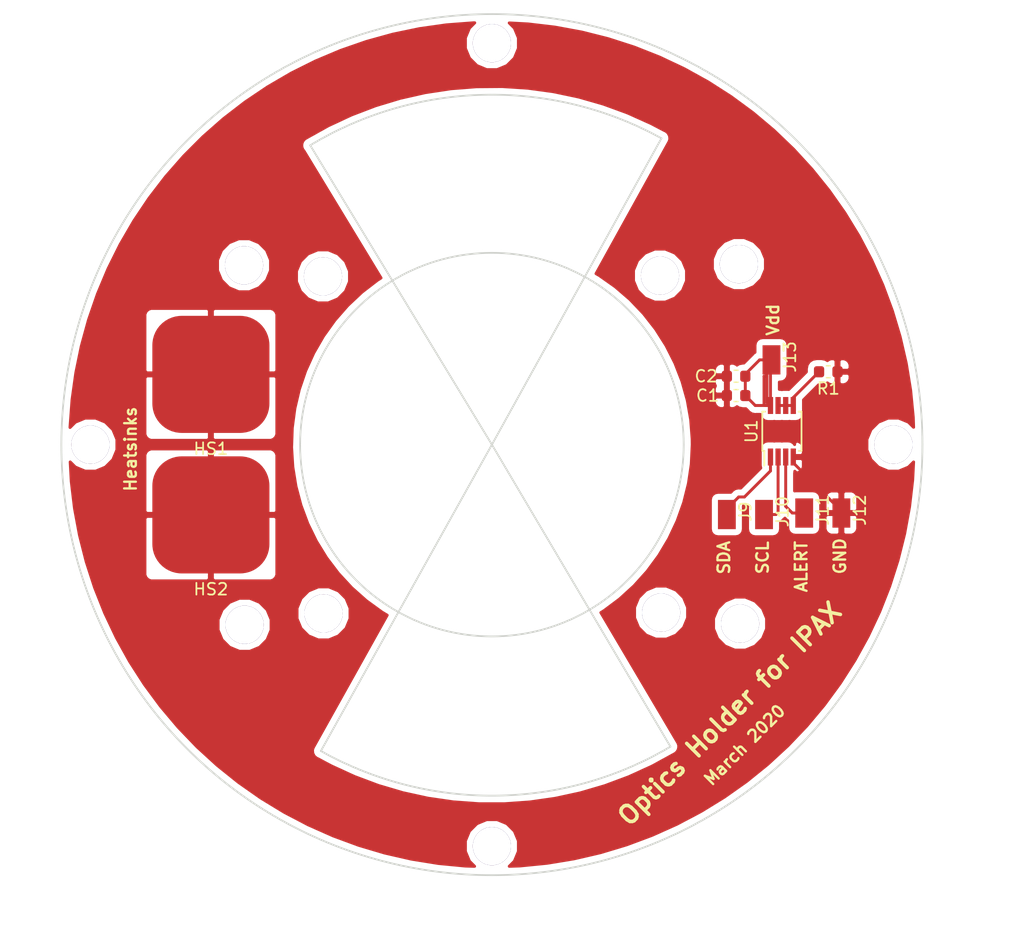
<source format=kicad_pcb>
(kicad_pcb (version 20171130) (host pcbnew "(5.0.0)")

  (general
    (thickness 1.6)
    (drawings 19)
    (tracks 31)
    (zones 0)
    (modules 23)
    (nets 19)
  )

  (page A4)
  (layers
    (0 F.Cu signal)
    (31 B.Cu signal)
    (32 B.Adhes user)
    (33 F.Adhes user)
    (34 B.Paste user)
    (35 F.Paste user)
    (36 B.SilkS user)
    (37 F.SilkS user)
    (38 B.Mask user)
    (39 F.Mask user)
    (40 Dwgs.User user)
    (41 Cmts.User user)
    (42 Eco1.User user hide)
    (43 Eco2.User user)
    (44 Edge.Cuts user)
    (45 Margin user)
    (46 B.CrtYd user)
    (47 F.CrtYd user)
    (48 B.Fab user)
    (49 F.Fab user)
  )

  (setup
    (last_trace_width 0.25)
    (trace_clearance 0.2)
    (zone_clearance 0.508)
    (zone_45_only no)
    (trace_min 0.2)
    (segment_width 0.2)
    (edge_width 0.15)
    (via_size 0.8)
    (via_drill 0.4)
    (via_min_size 0.4)
    (via_min_drill 0.3)
    (uvia_size 0.3)
    (uvia_drill 0.1)
    (uvias_allowed no)
    (uvia_min_size 0.2)
    (uvia_min_drill 0.1)
    (pcb_text_width 0.3)
    (pcb_text_size 1.5 1.5)
    (mod_edge_width 0.15)
    (mod_text_size 1 1)
    (mod_text_width 0.15)
    (pad_size 1.3 1.3)
    (pad_drill 1.3)
    (pad_to_mask_clearance 0.051)
    (solder_mask_min_width 0.25)
    (aux_axis_origin 0 0)
    (visible_elements 7FFFFFFF)
    (pcbplotparams
      (layerselection 0x010a0_7fffffff)
      (usegerberextensions false)
      (usegerberattributes false)
      (usegerberadvancedattributes false)
      (creategerberjobfile false)
      (excludeedgelayer true)
      (linewidth 0.100000)
      (plotframeref false)
      (viasonmask false)
      (mode 1)
      (useauxorigin false)
      (hpglpennumber 1)
      (hpglpenspeed 20)
      (hpglpendiameter 15.000000)
      (psnegative false)
      (psa4output false)
      (plotreference true)
      (plotvalue true)
      (plotinvisibletext false)
      (padsonsilk false)
      (subtractmaskfromsilk false)
      (outputformat 1)
      (mirror false)
      (drillshape 0)
      (scaleselection 1)
      (outputdirectory "gerber/"))
  )

  (net 0 "")
  (net 1 "Net-(J3-Pad1)")
  (net 2 "Net-(J4-Pad1)")
  (net 3 "Net-(J5-Pad1)")
  (net 4 "Net-(J6-Pad1)")
  (net 5 "Net-(J7-Pad1)")
  (net 6 "Net-(J8-Pad1)")
  (net 7 "Net-(J1-Pad1)")
  (net 8 "Net-(J2-Pad1)")
  (net 9 GND)
  (net 10 "Net-(J16-Pad1)")
  (net 11 "Net-(J15-Pad1)")
  (net 12 "Net-(J14-Pad1)")
  (net 13 "Net-(J17-Pad1)")
  (net 14 /SDA)
  (net 15 /SCL)
  (net 16 /ALERT)
  (net 17 /Vdd)
  (net 18 /A0)

  (net_class Default "This is the default net class."
    (clearance 0.2)
    (trace_width 0.25)
    (via_dia 0.8)
    (via_drill 0.4)
    (uvia_dia 0.3)
    (uvia_drill 0.1)
    (add_net /A0)
    (add_net /ALERT)
    (add_net /SCL)
    (add_net /SDA)
    (add_net /Vdd)
    (add_net GND)
    (add_net "Net-(J1-Pad1)")
    (add_net "Net-(J14-Pad1)")
    (add_net "Net-(J15-Pad1)")
    (add_net "Net-(J16-Pad1)")
    (add_net "Net-(J17-Pad1)")
    (add_net "Net-(J2-Pad1)")
    (add_net "Net-(J3-Pad1)")
    (add_net "Net-(J4-Pad1)")
    (add_net "Net-(J5-Pad1)")
    (add_net "Net-(J6-Pad1)")
    (add_net "Net-(J7-Pad1)")
    (add_net "Net-(J8-Pad1)")
  )

  (module Capacitor_SMD:C_0603_1608Metric (layer F.Cu) (tedit 5B301BBE) (tstamp 5E80A17F)
    (at 20.8535 -4.191 180)
    (descr "Capacitor SMD 0603 (1608 Metric), square (rectangular) end terminal, IPC_7351 nominal, (Body size source: http://www.tortai-tech.com/upload/download/2011102023233369053.pdf), generated with kicad-footprint-generator")
    (tags capacitor)
    (path /5D35F884)
    (attr smd)
    (fp_text reference C1 (at 2.4385 0 180) (layer F.SilkS)
      (effects (font (size 1 1) (thickness 0.15)))
    )
    (fp_text value C (at 0 1.43 180) (layer F.Fab)
      (effects (font (size 1 1) (thickness 0.15)))
    )
    (fp_text user %R (at 0 0 180) (layer F.Fab)
      (effects (font (size 0.4 0.4) (thickness 0.06)))
    )
    (fp_line (start 1.48 0.73) (end -1.48 0.73) (layer F.CrtYd) (width 0.05))
    (fp_line (start 1.48 -0.73) (end 1.48 0.73) (layer F.CrtYd) (width 0.05))
    (fp_line (start -1.48 -0.73) (end 1.48 -0.73) (layer F.CrtYd) (width 0.05))
    (fp_line (start -1.48 0.73) (end -1.48 -0.73) (layer F.CrtYd) (width 0.05))
    (fp_line (start -0.162779 0.51) (end 0.162779 0.51) (layer F.SilkS) (width 0.12))
    (fp_line (start -0.162779 -0.51) (end 0.162779 -0.51) (layer F.SilkS) (width 0.12))
    (fp_line (start 0.8 0.4) (end -0.8 0.4) (layer F.Fab) (width 0.1))
    (fp_line (start 0.8 -0.4) (end 0.8 0.4) (layer F.Fab) (width 0.1))
    (fp_line (start -0.8 -0.4) (end 0.8 -0.4) (layer F.Fab) (width 0.1))
    (fp_line (start -0.8 0.4) (end -0.8 -0.4) (layer F.Fab) (width 0.1))
    (pad 2 smd roundrect (at 0.7875 0 180) (size 0.875 0.95) (layers F.Cu F.Paste F.Mask) (roundrect_rratio 0.25)
      (net 9 GND))
    (pad 1 smd roundrect (at -0.7875 0 180) (size 0.875 0.95) (layers F.Cu F.Paste F.Mask) (roundrect_rratio 0.25)
      (net 17 /Vdd))
    (model ${KISYS3DMOD}/Capacitor_SMD.3dshapes/C_0603_1608Metric.wrl
      (at (xyz 0 0 0))
      (scale (xyz 1 1 1))
      (rotate (xyz 0 0 0))
    )
  )

  (module Capacitor_SMD:C_0603_1608Metric (layer F.Cu) (tedit 5B301BBE) (tstamp 5E80A16E)
    (at 20.8535 -5.842 180)
    (descr "Capacitor SMD 0603 (1608 Metric), square (rectangular) end terminal, IPC_7351 nominal, (Body size source: http://www.tortai-tech.com/upload/download/2011102023233369053.pdf), generated with kicad-footprint-generator")
    (tags capacitor)
    (path /5D35F8D4)
    (attr smd)
    (fp_text reference C2 (at 2.5655 0 180) (layer F.SilkS)
      (effects (font (size 1 1) (thickness 0.15)))
    )
    (fp_text value C (at 0 1.43 180) (layer F.Fab)
      (effects (font (size 1 1) (thickness 0.15)))
    )
    (fp_line (start -0.8 0.4) (end -0.8 -0.4) (layer F.Fab) (width 0.1))
    (fp_line (start -0.8 -0.4) (end 0.8 -0.4) (layer F.Fab) (width 0.1))
    (fp_line (start 0.8 -0.4) (end 0.8 0.4) (layer F.Fab) (width 0.1))
    (fp_line (start 0.8 0.4) (end -0.8 0.4) (layer F.Fab) (width 0.1))
    (fp_line (start -0.162779 -0.51) (end 0.162779 -0.51) (layer F.SilkS) (width 0.12))
    (fp_line (start -0.162779 0.51) (end 0.162779 0.51) (layer F.SilkS) (width 0.12))
    (fp_line (start -1.48 0.73) (end -1.48 -0.73) (layer F.CrtYd) (width 0.05))
    (fp_line (start -1.48 -0.73) (end 1.48 -0.73) (layer F.CrtYd) (width 0.05))
    (fp_line (start 1.48 -0.73) (end 1.48 0.73) (layer F.CrtYd) (width 0.05))
    (fp_line (start 1.48 0.73) (end -1.48 0.73) (layer F.CrtYd) (width 0.05))
    (fp_text user %R (at 0 0 180) (layer F.Fab)
      (effects (font (size 0.4 0.4) (thickness 0.06)))
    )
    (pad 1 smd roundrect (at -0.7875 0 180) (size 0.875 0.95) (layers F.Cu F.Paste F.Mask) (roundrect_rratio 0.25)
      (net 17 /Vdd))
    (pad 2 smd roundrect (at 0.7875 0 180) (size 0.875 0.95) (layers F.Cu F.Paste F.Mask) (roundrect_rratio 0.25)
      (net 9 GND))
    (model ${KISYS3DMOD}/Capacitor_SMD.3dshapes/C_0603_1608Metric.wrl
      (at (xyz 0 0 0))
      (scale (xyz 1 1 1))
      (rotate (xyz 0 0 0))
    )
  )

  (module Package_SO:MSOP-8_3x3mm_P0.65mm (layer F.Cu) (tedit 5A02F25C) (tstamp 5E80A15D)
    (at 24.765 -1.143 90)
    (descr "8-Lead Plastic Micro Small Outline Package (MS) [MSOP] (see Microchip Packaging Specification 00000049BS.pdf)")
    (tags "SSOP 0.65")
    (path /5C2DD2F3)
    (attr smd)
    (fp_text reference U1 (at 0 -2.6 90) (layer F.SilkS)
      (effects (font (size 1 1) (thickness 0.15)))
    )
    (fp_text value MCP9808 (at 0 2.6 90) (layer F.Fab)
      (effects (font (size 1 1) (thickness 0.15)))
    )
    (fp_line (start -0.5 -1.5) (end 1.5 -1.5) (layer F.Fab) (width 0.15))
    (fp_line (start 1.5 -1.5) (end 1.5 1.5) (layer F.Fab) (width 0.15))
    (fp_line (start 1.5 1.5) (end -1.5 1.5) (layer F.Fab) (width 0.15))
    (fp_line (start -1.5 1.5) (end -1.5 -0.5) (layer F.Fab) (width 0.15))
    (fp_line (start -1.5 -0.5) (end -0.5 -1.5) (layer F.Fab) (width 0.15))
    (fp_line (start -3.2 -1.85) (end -3.2 1.85) (layer F.CrtYd) (width 0.05))
    (fp_line (start 3.2 -1.85) (end 3.2 1.85) (layer F.CrtYd) (width 0.05))
    (fp_line (start -3.2 -1.85) (end 3.2 -1.85) (layer F.CrtYd) (width 0.05))
    (fp_line (start -3.2 1.85) (end 3.2 1.85) (layer F.CrtYd) (width 0.05))
    (fp_line (start -1.675 -1.675) (end -1.675 -1.5) (layer F.SilkS) (width 0.15))
    (fp_line (start 1.675 -1.675) (end 1.675 -1.425) (layer F.SilkS) (width 0.15))
    (fp_line (start 1.675 1.675) (end 1.675 1.425) (layer F.SilkS) (width 0.15))
    (fp_line (start -1.675 1.675) (end -1.675 1.425) (layer F.SilkS) (width 0.15))
    (fp_line (start -1.675 -1.675) (end 1.675 -1.675) (layer F.SilkS) (width 0.15))
    (fp_line (start -1.675 1.675) (end 1.675 1.675) (layer F.SilkS) (width 0.15))
    (fp_line (start -1.675 -1.5) (end -2.925 -1.5) (layer F.SilkS) (width 0.15))
    (fp_text user %R (at 0 0 90) (layer F.Fab)
      (effects (font (size 0.6 0.6) (thickness 0.15)))
    )
    (pad 1 smd rect (at -2.2 -0.975 90) (size 1.45 0.45) (layers F.Cu F.Paste F.Mask)
      (net 14 /SDA))
    (pad 2 smd rect (at -2.2 -0.325 90) (size 1.45 0.45) (layers F.Cu F.Paste F.Mask)
      (net 15 /SCL))
    (pad 3 smd rect (at -2.2 0.325 90) (size 1.45 0.45) (layers F.Cu F.Paste F.Mask)
      (net 16 /ALERT))
    (pad 4 smd rect (at -2.2 0.975 90) (size 1.45 0.45) (layers F.Cu F.Paste F.Mask)
      (net 9 GND))
    (pad 5 smd rect (at 2.2 0.975 90) (size 1.45 0.45) (layers F.Cu F.Paste F.Mask)
      (net 18 /A0))
    (pad 6 smd rect (at 2.2 0.325 90) (size 1.45 0.45) (layers F.Cu F.Paste F.Mask)
      (net 18 /A0))
    (pad 7 smd rect (at 2.2 -0.325 90) (size 1.45 0.45) (layers F.Cu F.Paste F.Mask)
      (net 18 /A0))
    (pad 8 smd rect (at 2.2 -0.975 90) (size 1.45 0.45) (layers F.Cu F.Paste F.Mask)
      (net 17 /Vdd))
    (model ${KISYS3DMOD}/Package_SO.3dshapes/MSOP-8_3x3mm_P0.65mm.wrl
      (at (xyz 0 0 0))
      (scale (xyz 1 1 1))
      (rotate (xyz 0 0 0))
    )
  )

  (module Resistor_SMD:R_0603_1608Metric (layer F.Cu) (tedit 5B301BBD) (tstamp 5E80A140)
    (at 28.7275 -6.223 180)
    (descr "Resistor SMD 0603 (1608 Metric), square (rectangular) end terminal, IPC_7351 nominal, (Body size source: http://www.tortai-tech.com/upload/download/2011102023233369053.pdf), generated with kicad-footprint-generator")
    (tags resistor)
    (path /5E740BA7)
    (attr smd)
    (fp_text reference R1 (at 0 -1.43 180) (layer F.SilkS)
      (effects (font (size 1 1) (thickness 0.15)))
    )
    (fp_text value 10k (at 0 1.43 180) (layer F.Fab)
      (effects (font (size 1 1) (thickness 0.15)))
    )
    (fp_line (start -0.8 0.4) (end -0.8 -0.4) (layer F.Fab) (width 0.1))
    (fp_line (start -0.8 -0.4) (end 0.8 -0.4) (layer F.Fab) (width 0.1))
    (fp_line (start 0.8 -0.4) (end 0.8 0.4) (layer F.Fab) (width 0.1))
    (fp_line (start 0.8 0.4) (end -0.8 0.4) (layer F.Fab) (width 0.1))
    (fp_line (start -0.162779 -0.51) (end 0.162779 -0.51) (layer F.SilkS) (width 0.12))
    (fp_line (start -0.162779 0.51) (end 0.162779 0.51) (layer F.SilkS) (width 0.12))
    (fp_line (start -1.48 0.73) (end -1.48 -0.73) (layer F.CrtYd) (width 0.05))
    (fp_line (start -1.48 -0.73) (end 1.48 -0.73) (layer F.CrtYd) (width 0.05))
    (fp_line (start 1.48 -0.73) (end 1.48 0.73) (layer F.CrtYd) (width 0.05))
    (fp_line (start 1.48 0.73) (end -1.48 0.73) (layer F.CrtYd) (width 0.05))
    (fp_text user %R (at 0 0 180) (layer F.Fab)
      (effects (font (size 0.4 0.4) (thickness 0.06)))
    )
    (pad 1 smd roundrect (at -0.7875 0 180) (size 0.875 0.95) (layers F.Cu F.Paste F.Mask) (roundrect_rratio 0.25)
      (net 9 GND))
    (pad 2 smd roundrect (at 0.7875 0 180) (size 0.875 0.95) (layers F.Cu F.Paste F.Mask) (roundrect_rratio 0.25)
      (net 18 /A0))
    (model ${KISYS3DMOD}/Resistor_SMD.3dshapes/R_0603_1608Metric.wrl
      (at (xyz 0 0 0))
      (scale (xyz 1 1 1))
      (rotate (xyz 0 0 0))
    )
  )

  (module conn:small_smd_pad (layer F.Cu) (tedit 5C2BFECE) (tstamp 5E80A12F)
    (at 23.876 -7.239 90)
    (path /5C2DD3D6)
    (fp_text reference J13 (at 0.254 1.5748 90) (layer F.SilkS)
      (effects (font (size 1 1) (thickness 0.15)))
    )
    (fp_text value Conn_01x01_Male (at 0 -0.5 90) (layer F.Fab)
      (effects (font (size 1 1) (thickness 0.15)))
    )
    (pad 1 smd rect (at 0 0 90) (size 2.5 1.524) (layers F.Cu F.Paste F.Mask)
      (net 17 /Vdd))
  )

  (module conn:small_smd_pad (layer F.Cu) (tedit 5C2BFECE) (tstamp 5E80A127)
    (at 29.845 5.842 90)
    (path /5C2DD3BA)
    (fp_text reference J12 (at 0.254 1.5748 90) (layer F.SilkS)
      (effects (font (size 1 1) (thickness 0.15)))
    )
    (fp_text value Conn_01x01_Male (at 0 -0.5 90) (layer F.Fab)
      (effects (font (size 1 1) (thickness 0.15)))
    )
    (pad 1 smd rect (at 0 0 90) (size 2.5 1.524) (layers F.Cu F.Paste F.Mask)
      (net 9 GND))
  )

  (module conn:small_smd_pad (layer F.Cu) (tedit 5C2BFECE) (tstamp 5E80A123)
    (at 26.67 5.842 90)
    (path /5D35F7BD)
    (fp_text reference J11 (at 0.254 1.5748 90) (layer F.SilkS)
      (effects (font (size 1 1) (thickness 0.15)))
    )
    (fp_text value Conn_01x01_Male (at 0 -0.5 90) (layer F.Fab)
      (effects (font (size 1 1) (thickness 0.15)))
    )
    (pad 1 smd rect (at 0 0 90) (size 2.5 1.524) (layers F.Cu F.Paste F.Mask)
      (net 16 /ALERT))
  )

  (module conn:small_smd_pad (layer F.Cu) (tedit 5C2BFECE) (tstamp 5E80A11F)
    (at 23.241 5.969 90)
    (path /5C2DD38D)
    (fp_text reference J10 (at 0.254 1.5748 90) (layer F.SilkS)
      (effects (font (size 1 1) (thickness 0.15)))
    )
    (fp_text value Conn_01x01_Male (at 0 -0.5 90) (layer F.Fab)
      (effects (font (size 1 1) (thickness 0.15)))
    )
    (pad 1 smd rect (at 0 0 90) (size 2.5 1.524) (layers F.Cu F.Paste F.Mask)
      (net 15 /SCL))
  )

  (module conn:small_smd_pad (layer F.Cu) (tedit 5C2BFECE) (tstamp 5E80A11B)
    (at 20.066 5.969 90)
    (path /5C2DD369)
    (fp_text reference J9 (at 0.254 1.5748 90) (layer F.SilkS)
      (effects (font (size 1 1) (thickness 0.15)))
    )
    (fp_text value Conn_01x01_Male (at 0 -0.5 90) (layer F.Fab)
      (effects (font (size 1 1) (thickness 0.15)))
    )
    (pad 1 smd rect (at 0 0 90) (size 2.5 1.524) (layers F.Cu F.Paste F.Mask)
      (net 14 /SDA))
  )

  (module myLib:SCREW_4 (layer F.Cu) (tedit 5B541961) (tstamp 5E80A102)
    (at 0 -34.29)
    (path /5CD76C19)
    (fp_text reference J17 (at 0 0.5) (layer F.SilkS)
      (effects (font (size 1 1) (thickness 0.15)))
    )
    (fp_text value Conn_01x01_Female (at 0 -0.5) (layer F.Fab)
      (effects (font (size 1 1) (thickness 0.15)))
    )
    (pad 1 thru_hole circle (at 0 0) (size 3.26 3.26) (drill 3.26) (layers *.Cu *.Mask)
      (net 13 "Net-(J17-Pad1)"))
  )

  (module myLib:SCREW_4 (layer F.Cu) (tedit 5B541961) (tstamp 5E80A0DD)
    (at -14.3795 14.41388)
    (path /5CD70069)
    (fp_text reference J14 (at 0 0.5) (layer F.SilkS)
      (effects (font (size 1 1) (thickness 0.15)))
    )
    (fp_text value Conn_01x01_Female (at 0 -0.5) (layer F.Fab)
      (effects (font (size 1 1) (thickness 0.15)))
    )
    (pad 1 thru_hole circle (at 0 0) (size 3.26 3.26) (drill 3.26) (layers *.Cu *.Mask)
      (net 12 "Net-(J14-Pad1)"))
  )

  (module myLib:SCREW_4 (layer F.Cu) (tedit 5B541961) (tstamp 5E80A0D8)
    (at 0 34.29)
    (path /5CD702C5)
    (fp_text reference J15 (at 0 0.5) (layer F.SilkS)
      (effects (font (size 1 1) (thickness 0.15)))
    )
    (fp_text value Conn_01x01_Female (at 0 -0.5) (layer F.Fab)
      (effects (font (size 1 1) (thickness 0.15)))
    )
    (pad 1 thru_hole circle (at 0 0) (size 3.26 3.26) (drill 3.26) (layers *.Cu *.Mask)
      (net 11 "Net-(J15-Pad1)"))
  )

  (module myLib:SCREW_4 (layer F.Cu) (tedit 5B541961) (tstamp 5E80A0D3)
    (at 14.35651 -14.4368)
    (path /5CD73747)
    (fp_text reference J16 (at 0 0.5) (layer F.SilkS)
      (effects (font (size 1 1) (thickness 0.15)))
    )
    (fp_text value Conn_01x01_Female (at 0 -0.5) (layer F.Fab)
      (effects (font (size 1 1) (thickness 0.15)))
    )
    (pad 1 thru_hole circle (at 0 0) (size 3.26 3.26) (drill 3.26) (layers *.Cu *.Mask)
      (net 10 "Net-(J16-Pad1)"))
  )

  (module led:HeatSink_10x10mm (layer F.Cu) (tedit 5E73EF59) (tstamp 5E809B2A)
    (at -24 6)
    (path /5E73EFF8)
    (fp_text reference HS2 (at 0 6.35) (layer F.SilkS)
      (effects (font (size 1 1) (thickness 0.15)))
    )
    (fp_text value Heatsink_Pad (at 0 -6.35) (layer F.Fab)
      (effects (font (size 1 1) (thickness 0.15)))
    )
    (pad 1 smd roundrect (at 0 0) (size 10 10) (layers F.Cu F.Paste F.Mask) (roundrect_rratio 0.25)
      (net 9 GND))
  )

  (module led:HeatSink_10x10mm (layer F.Cu) (tedit 5E73EF59) (tstamp 5E809B25)
    (at -24 -6)
    (path /5E73EFB8)
    (fp_text reference HS1 (at 0 6.35) (layer F.SilkS)
      (effects (font (size 1 1) (thickness 0.15)))
    )
    (fp_text value Heatsink_Pad (at 0 -6.35) (layer F.Fab)
      (effects (font (size 1 1) (thickness 0.15)))
    )
    (pad 1 smd roundrect (at 0 0) (size 10 10) (layers F.Cu F.Paste F.Mask) (roundrect_rratio 0.25)
      (net 9 GND))
  )

  (module myLib:SCREW_4 (layer F.Cu) (tedit 5B541961) (tstamp 5E73C0E3)
    (at 34.29 0 270)
    (path /5E73C29E)
    (fp_text reference J2 (at 0 0.5 270) (layer F.SilkS)
      (effects (font (size 1 1) (thickness 0.15)))
    )
    (fp_text value Conn_01x01_Female (at 0 -0.5 270) (layer F.Fab)
      (effects (font (size 1 1) (thickness 0.15)))
    )
    (pad 1 thru_hole circle (at 0 0 270) (size 3.26 3.26) (drill 3.26) (layers *.Cu *.Mask)
      (net 8 "Net-(J2-Pad1)"))
  )

  (module myLib:SCREW_4 (layer F.Cu) (tedit 5B541961) (tstamp 5E73C0A7)
    (at -34.29 0 180)
    (path /5E73C298)
    (fp_text reference J1 (at 0 0.5 180) (layer F.SilkS)
      (effects (font (size 1 1) (thickness 0.15)))
    )
    (fp_text value Conn_01x01_Female (at 0 -0.5 180) (layer F.Fab)
      (effects (font (size 1 1) (thickness 0.15)))
    )
    (pad 1 thru_hole circle (at 0 0 180) (size 3.26 3.26) (drill 3.26) (layers *.Cu *.Mask)
      (net 7 "Net-(J1-Pad1)"))
  )

  (module myLib:SCREW_4 (layer F.Cu) (tedit 5B541961) (tstamp 5CE2E7EE)
    (at 14.44819 14.34501)
    (path /5E73C2B0)
    (fp_text reference J8 (at 0 0.5) (layer F.SilkS)
      (effects (font (size 1 1) (thickness 0.15)))
    )
    (fp_text value Conn_01x01_Female (at 0 -0.5) (layer F.Fab)
      (effects (font (size 1 1) (thickness 0.15)))
    )
    (pad 1 thru_hole circle (at 0 0) (size 3.26 3.26) (drill 3.26) (layers *.Cu *.Mask)
      (net 6 "Net-(J8-Pad1)"))
  )

  (module myLib:SCREW_4 (layer F.Cu) (tedit 5B541961) (tstamp 5CE2E7E9)
    (at -14.4253 -14.368)
    (path /5E73C2C2)
    (fp_text reference J7 (at 0 0.5) (layer F.SilkS)
      (effects (font (size 1 1) (thickness 0.15)))
    )
    (fp_text value Conn_01x01_Female (at 0 -0.5) (layer F.Fab)
      (effects (font (size 1 1) (thickness 0.15)))
    )
    (pad 1 thru_hole circle (at 0 0) (size 3.26 3.26) (drill 3.26) (layers *.Cu *.Mask)
      (net 5 "Net-(J7-Pad1)"))
  )

  (module myLib:SCREW_4 (layer F.Cu) (tedit 5B541961) (tstamp 5CE2E7E4)
    (at -21.1689 -15.3184)
    (path /5E73C2BC)
    (fp_text reference J6 (at 0 0.5) (layer F.SilkS)
      (effects (font (size 1 1) (thickness 0.15)))
    )
    (fp_text value Conn_01x01_Female (at 0 -0.5) (layer F.Fab)
      (effects (font (size 1 1) (thickness 0.15)))
    )
    (pad 1 thru_hole circle (at 0 0) (size 3.26 3.26) (drill 3.26) (layers *.Cu *.Mask)
      (net 4 "Net-(J6-Pad1)"))
  )

  (module myLib:SCREW_4 (layer F.Cu) (tedit 5B541961) (tstamp 5CE2E7DF)
    (at -21.12 15.38575)
    (path /5E73C2B6)
    (fp_text reference J5 (at 0 0.5) (layer F.SilkS)
      (effects (font (size 1 1) (thickness 0.15)))
    )
    (fp_text value Conn_01x01_Female (at 0 -0.5) (layer F.Fab)
      (effects (font (size 1 1) (thickness 0.15)))
    )
    (pad 1 thru_hole circle (at 0 0) (size 3.26 3.26) (drill 3.26) (layers *.Cu *.Mask)
      (net 3 "Net-(J5-Pad1)"))
  )

  (module myLib:SCREW_4 (layer F.Cu) (tedit 5B541961) (tstamp 5CE2E7DA)
    (at 21.1933 15.28466)
    (path /5E73C2AA)
    (fp_text reference J4 (at 0 0.5) (layer F.SilkS)
      (effects (font (size 1 1) (thickness 0.15)))
    )
    (fp_text value Conn_01x01_Female (at 0 -0.5) (layer F.Fab)
      (effects (font (size 1 1) (thickness 0.15)))
    )
    (pad 1 thru_hole circle (at 0 0) (size 3.26 3.26) (drill 3.26) (layers *.Cu *.Mask)
      (net 2 "Net-(J4-Pad1)"))
  )

  (module myLib:SCREW_4 (layer F.Cu) (tedit 5B541961) (tstamp 5CE2E7D5)
    (at 21.0955 -15.4194)
    (path /5E73C2A4)
    (fp_text reference J3 (at 0 0.5) (layer F.SilkS)
      (effects (font (size 1 1) (thickness 0.15)))
    )
    (fp_text value Conn_01x01_Female (at 0 -0.5) (layer F.Fab)
      (effects (font (size 1 1) (thickness 0.15)))
    )
    (pad 1 thru_hole circle (at 0 0) (size 3.26 3.26) (drill 3.26) (layers *.Cu *.Mask)
      (net 1 "Net-(J3-Pad1)"))
  )

  (gr_text Heatsinks (at -30.861 0.381 90) (layer F.SilkS) (tstamp 5E80A5C5)
    (effects (font (size 1 1) (thickness 0.2)))
  )
  (gr_text "March 2020" (at 21.59 25.654 45) (layer F.SilkS) (tstamp 5E80A5BD)
    (effects (font (size 1 1) (thickness 0.2)))
  )
  (gr_text "Optics Holder for IPAX" (at 20.32 22.987 45) (layer F.SilkS)
    (effects (font (size 1.5 1.5) (thickness 0.3)))
  )
  (gr_text Vdd (at 24.003 -10.668 90) (layer F.SilkS) (tstamp 5E80A59F)
    (effects (font (size 1 1) (thickness 0.2)))
  )
  (gr_text GND (at 29.718 9.525 90) (layer F.SilkS) (tstamp 5E80A59F)
    (effects (font (size 1 1) (thickness 0.2)))
  )
  (gr_text ALERT (at 26.416 10.414 90) (layer F.SilkS) (tstamp 5E80A59F)
    (effects (font (size 1 1) (thickness 0.2)))
  )
  (gr_text SCL (at 23.114 9.652 90) (layer F.SilkS) (tstamp 5E80A59F)
    (effects (font (size 1 1) (thickness 0.2)))
  )
  (gr_text SDA (at 19.812 9.652 90) (layer F.SilkS)
    (effects (font (size 1 1) (thickness 0.2)))
  )
  (gr_arc (start 0 0.127) (end -14.604999 26.161999) (angle -60) (layer Edge.Cuts) (width 0.15))
  (gr_arc (start 0 0.127) (end 14.477999 -26.161999) (angle -60) (layer Edge.Cuts) (width 0.15))
  (gr_circle (center 0 0) (end 30 0) (layer Eco1.User) (width 0.2))
  (gr_line (start 0 0) (end 14.478 -26.162) (layer Edge.Cuts) (width 0.15))
  (gr_line (start 0 0) (end -15.494 -25.527) (layer Edge.Cuts) (width 0.15))
  (gr_line (start -14.605 26.162) (end 0 0) (layer Edge.Cuts) (width 0.15))
  (gr_line (start 0 0) (end 15.24 25.781) (layer Edge.Cuts) (width 0.15))
  (gr_circle (center 0 0) (end 26.13 0) (layer Eco1.User) (width 0.2))
  (gr_circle (center 0 0) (end 20.36 0) (layer Eco1.User) (width 0.2))
  (gr_circle (center 0 0) (end 36.77 0) (layer Edge.Cuts) (width 0.15))
  (gr_circle (center 0 0) (end 16.38 0) (layer Edge.Cuts) (width 0.15))

  (segment (start 29.845 5.662) (end 29.845 5.842) (width 0.25) (layer F.Cu) (net 9))
  (segment (start 25.74 1.557) (end 29.845 5.662) (width 0.25) (layer F.Cu) (net 9))
  (segment (start 25.74 1.057) (end 25.74 1.557) (width 0.25) (layer F.Cu) (net 9))
  (segment (start 20.066 5.481) (end 20.066 5.969) (width 0.25) (layer F.Cu) (net 14))
  (segment (start 21.078 4.469) (end 20.066 5.481) (width 0.25) (layer F.Cu) (net 14))
  (segment (start 21.566 4.469) (end 21.078 4.469) (width 0.25) (layer F.Cu) (net 14))
  (segment (start 23.79 2.245) (end 21.566 4.469) (width 0.25) (layer F.Cu) (net 14))
  (segment (start 23.79 1.057) (end 23.79 2.245) (width 0.25) (layer F.Cu) (net 14))
  (segment (start 24.253 5.969) (end 23.241 5.969) (width 0.25) (layer F.Cu) (net 15))
  (segment (start 24.44 5.782) (end 24.253 5.969) (width 0.25) (layer F.Cu) (net 15))
  (segment (start 24.44 1.057) (end 24.44 5.782) (width 0.25) (layer F.Cu) (net 15))
  (segment (start 25.658 5.842) (end 26.67 5.842) (width 0.25) (layer F.Cu) (net 16))
  (segment (start 25.09 5.274) (end 25.658 5.842) (width 0.25) (layer F.Cu) (net 16))
  (segment (start 25.09 1.057) (end 25.09 5.274) (width 0.25) (layer F.Cu) (net 16))
  (segment (start 22.489 -3.343) (end 21.641 -4.191) (width 0.25) (layer F.Cu) (net 17))
  (segment (start 23.79 -3.343) (end 22.489 -3.343) (width 0.25) (layer F.Cu) (net 17))
  (segment (start 21.641 -5.842) (end 21.641 -4.191) (width 0.25) (layer F.Cu) (net 17))
  (segment (start 23.79 -7.153) (end 23.876 -7.239) (width 0.25) (layer F.Cu) (net 17))
  (segment (start 23.79 -3.343) (end 23.79 -7.153) (width 0.25) (layer F.Cu) (net 17))
  (segment (start 21.641 -6.016) (end 21.641 -5.842) (width 0.25) (layer F.Cu) (net 17))
  (segment (start 22.864 -7.239) (end 21.641 -6.016) (width 0.25) (layer F.Cu) (net 17))
  (segment (start 23.876 -7.239) (end 22.864 -7.239) (width 0.25) (layer F.Cu) (net 17))
  (segment (start 23.315 -3.343) (end 23.241 -3.417) (width 0.25) (layer F.Cu) (net 17))
  (segment (start 23.79 -3.343) (end 23.315 -3.343) (width 0.25) (layer F.Cu) (net 17))
  (segment (start 23.241 -3.417) (end 23.241 -5.842) (width 0.25) (layer F.Cu) (net 17))
  (segment (start 23.241 -5.842) (end 23.368 -5.842) (width 0.25) (layer F.Cu) (net 17))
  (segment (start 23.368 -5.842) (end 23.495 -5.969) (width 0.25) (layer F.Cu) (net 17))
  (segment (start 23.495 -5.969) (end 23.495 -3.556) (width 0.25) (layer F.Cu) (net 17))
  (segment (start 25.74 -4.023) (end 25.74 -3.343) (width 0.25) (layer F.Cu) (net 18))
  (segment (start 27.94 -6.223) (end 25.74 -4.023) (width 0.25) (layer F.Cu) (net 18))
  (segment (start 24.44 -3.343) (end 25.74 -3.343) (width 0.25) (layer F.Cu) (net 18))

  (zone (net 9) (net_name GND) (layer F.Cu) (tstamp 0) (hatch edge 0.508)
    (connect_pads (clearance 0.508))
    (min_thickness 0.254)
    (fill yes (arc_segments 16) (thermal_gap 0.508) (thermal_bridge_width 0.508))
    (polygon
      (pts
        (xy -37.719 -36.068) (xy 45.466 -37.973) (xy 34.29 36.068) (xy -38.862 41.529)
      )
    )
    (filled_polygon
      (pts
        (xy -1.920174 -35.573019) (xy -2.265 -34.740537) (xy -2.265 -33.839463) (xy -1.920174 -33.006981) (xy -1.283019 -32.369826)
        (xy -0.450537 -32.025) (xy 0.450537 -32.025) (xy 1.283019 -32.369826) (xy 1.920174 -33.006981) (xy 2.265 -33.839463)
        (xy 2.265 -34.740537) (xy 1.920174 -35.573019) (xy 1.479707 -36.013486) (xy 3.080134 -35.928211) (xy 5.392244 -35.654555)
        (xy 7.681876 -35.232263) (xy 9.939483 -34.663097) (xy 12.155655 -33.949428) (xy 14.321153 -33.094232) (xy 16.426949 -32.101074)
        (xy 18.464266 -30.974094) (xy 20.424609 -29.71799) (xy 22.299807 -28.338) (xy 24.082042 -26.839874) (xy 25.763885 -25.22986)
        (xy 27.338324 -23.514668) (xy 28.798796 -21.70145) (xy 30.139213 -19.797763) (xy 31.353987 -17.811544) (xy 32.438054 -15.751072)
        (xy 33.386893 -13.624939) (xy 34.196551 -11.442006) (xy 34.863651 -9.211374) (xy 35.385413 -6.942342) (xy 35.759662 -4.644369)
        (xy 35.984837 -2.327035) (xy 36.012163 -1.48103) (xy 35.573019 -1.920174) (xy 34.740537 -2.265) (xy 33.839463 -2.265)
        (xy 33.006981 -1.920174) (xy 32.369826 -1.283019) (xy 32.025 -0.450537) (xy 32.025 0.450537) (xy 32.369826 1.283019)
        (xy 33.006981 1.920174) (xy 33.839463 2.265) (xy 34.740537 2.265) (xy 35.573019 1.920174) (xy 36.012737 1.480456)
        (xy 35.933533 3.017423) (xy 35.663912 5.330007) (xy 35.245617 7.620372) (xy 34.680392 9.878969) (xy 33.970592 12.096384)
        (xy 33.119177 14.263371) (xy 32.129695 16.370897) (xy 31.006273 18.410178) (xy 29.753593 20.37271) (xy 28.376877 22.250314)
        (xy 26.881865 24.035161) (xy 25.274788 25.719811) (xy 23.562347 27.297242) (xy 21.75168 28.760876) (xy 19.850335 30.104614)
        (xy 17.86624 31.322852) (xy 15.807664 32.410513) (xy 13.683189 33.363062) (xy 11.501673 34.176529) (xy 9.272209 34.847521)
        (xy 7.004091 35.373243) (xy 4.706774 35.751502) (xy 2.389837 35.980721) (xy 1.481547 36.011646) (xy 1.920174 35.573019)
        (xy 2.265 34.740537) (xy 2.265 33.839463) (xy 1.920174 33.006981) (xy 1.283019 32.369826) (xy 0.450537 32.025)
        (xy -0.450537 32.025) (xy -1.283019 32.369826) (xy -1.920174 33.006981) (xy -2.265 33.839463) (xy -2.265 34.740537)
        (xy -1.920174 35.573019) (xy -1.480401 36.012792) (xy -2.264226 35.988844) (xy -4.58195 35.767714) (xy -6.880572 35.397476)
        (xy -9.150511 34.879675) (xy -11.382304 34.216469) (xy -13.566647 33.410622) (xy -15.694433 32.465495) (xy -17.756794 31.385026)
        (xy -19.74513 30.173721) (xy -21.651153 28.836629) (xy -23.466918 27.379323) (xy -25.184855 25.80788) (xy -26.797802 24.12885)
        (xy -28.299036 22.349232) (xy -29.682297 20.476445) (xy -30.941821 18.518298) (xy -32.072354 16.482951) (xy -32.805619 14.935213)
        (xy -23.385 14.935213) (xy -23.385 15.836287) (xy -23.040174 16.668769) (xy -22.403019 17.305924) (xy -21.570537 17.65075)
        (xy -20.669463 17.65075) (xy -19.836981 17.305924) (xy -19.199826 16.668769) (xy -18.855 15.836287) (xy -18.855 14.935213)
        (xy -19.199826 14.102731) (xy -19.339214 13.963343) (xy -16.6445 13.963343) (xy -16.6445 14.864417) (xy -16.299674 15.696899)
        (xy -15.662519 16.334054) (xy -14.830037 16.67888) (xy -13.928963 16.67888) (xy -13.096481 16.334054) (xy -12.459326 15.696899)
        (xy -12.1145 14.864417) (xy -12.1145 13.963343) (xy -12.459326 13.130861) (xy -13.096481 12.493706) (xy -13.928963 12.14888)
        (xy -14.830037 12.14888) (xy -15.662519 12.493706) (xy -16.299674 13.130861) (xy -16.6445 13.963343) (xy -19.339214 13.963343)
        (xy -19.836981 13.465576) (xy -20.669463 13.12075) (xy -21.570537 13.12075) (xy -22.403019 13.465576) (xy -23.040174 14.102731)
        (xy -23.385 14.935213) (xy -32.805619 14.935213) (xy -33.069186 14.378891) (xy -33.928161 12.214889) (xy -34.645696 9.999966)
        (xy -35.218802 7.743356) (xy -35.490269 6.28575) (xy -29.635 6.28575) (xy -29.635 11.12631) (xy -29.538327 11.359699)
        (xy -29.359698 11.538327) (xy -29.126309 11.635) (xy -24.28575 11.635) (xy -24.127 11.47625) (xy -24.127 6.127)
        (xy -23.873 6.127) (xy -23.873 11.47625) (xy -23.71425 11.635) (xy -18.873691 11.635) (xy -18.640302 11.538327)
        (xy -18.461673 11.359699) (xy -18.365 11.12631) (xy -18.365 6.28575) (xy -18.52375 6.127) (xy -23.873 6.127)
        (xy -24.127 6.127) (xy -29.47625 6.127) (xy -29.635 6.28575) (xy -35.490269 6.28575) (xy -35.64509 5.454465)
        (xy -35.922781 3.142836) (xy -36.014356 1.478837) (xy -35.573019 1.920174) (xy -34.740537 2.265) (xy -33.839463 2.265)
        (xy -33.006981 1.920174) (xy -32.369826 1.283019) (xy -32.200277 0.87369) (xy -29.635 0.87369) (xy -29.635 5.71425)
        (xy -29.47625 5.873) (xy -24.127 5.873) (xy -24.127 0.52375) (xy -23.873 0.52375) (xy -23.873 5.873)
        (xy -18.52375 5.873) (xy -18.365 5.71425) (xy -18.365 0.87369) (xy -18.461673 0.640301) (xy -18.640302 0.461673)
        (xy -18.873691 0.365) (xy -23.71425 0.365) (xy -23.873 0.52375) (xy -24.127 0.52375) (xy -24.28575 0.365)
        (xy -29.126309 0.365) (xy -29.359698 0.461673) (xy -29.538327 0.640301) (xy -29.635 0.87369) (xy -32.200277 0.87369)
        (xy -32.025 0.450537) (xy -32.025 0.238893) (xy -17.108332 0.238893) (xy -17.003369 1.907233) (xy -16.736105 3.557369)
        (xy -16.309092 5.173549) (xy -15.726406 6.740346) (xy -14.993607 8.242805) (xy -14.117692 9.666585) (xy -13.10702 10.998096)
        (xy -11.97124 12.224628) (xy -10.721191 13.334473) (xy -9.368807 14.317037) (xy -8.944601 14.565917) (xy -15.259025 25.876973)
        (xy -15.324005 26.077886) (xy -15.301463 26.359439) (xy -15.172891 26.610936) (xy -14.957863 26.794085) (xy -14.882998 26.818298)
        (xy -13.742169 27.424667) (xy -13.730302 27.43044) (xy -13.704964 27.443068) (xy -11.763759 28.333517) (xy -11.761474 28.334468)
        (xy -11.759247 28.335568) (xy -11.716861 28.353031) (xy -9.71696 29.102409) (xy -9.714606 29.103196) (xy -9.712312 29.104132)
        (xy -9.668872 29.118492) (xy -9.668787 29.11852) (xy -9.668779 29.118522) (xy -7.620424 29.722993) (xy -7.618018 29.72361)
        (xy -7.615665 29.724379) (xy -7.571222 29.735618) (xy -5.484885 30.192091) (xy -5.482433 30.192536) (xy -5.480038 30.193133)
        (xy -5.434906 30.201166) (xy -3.32127 30.507303) (xy -3.3188 30.507571) (xy -3.316362 30.507996) (xy -3.270801 30.512778)
        (xy -3.270771 30.512781) (xy -3.270769 30.512781) (xy -1.140656 30.667015) (xy -1.138182 30.667105) (xy -1.135711 30.667356)
        (xy -1.089894 30.668869) (xy 1.045797 30.670411) (xy 1.048278 30.670324) (xy 1.050753 30.670397) (xy 1.096561 30.66863)
        (xy 3.226896 30.517472) (xy 3.22936 30.517208) (xy 3.231839 30.517104) (xy 3.277403 30.512067) (xy 5.391479 30.208981)
        (xy 5.393928 30.20854) (xy 5.396382 30.20826) (xy 5.44147 30.199978) (xy 7.528466 29.746518) (xy 7.530864 29.745906)
        (xy 7.533306 29.745449) (xy 7.577419 29.734033) (xy 7.577686 29.733965) (xy 7.577711 29.733957) (xy 9.626919 29.132449)
        (xy 9.629264 29.131669) (xy 9.63167 29.131037) (xy 9.67486 29.116494) (xy 9.675115 29.116409) (xy 9.675139 29.116399)
        (xy 11.676096 28.369918) (xy 11.67839 28.368967) (xy 11.680734 28.368169) (xy 11.723022 28.350472) (xy 13.665511 27.462827)
        (xy 13.66773 27.461715) (xy 13.670012 27.460751) (xy 13.710927 27.440076) (xy 15.58498 26.41582) (xy 15.599127 26.407417)
        (xy 15.608377 26.404171) (xy 15.615836 26.397493) (xy 15.628653 26.38988) (xy 15.67036 26.360883) (xy 15.709886 26.328979)
        (xy 15.74703 26.294332) (xy 15.781602 26.257116) (xy 15.804646 26.228447) (xy 15.818813 26.215763) (xy 15.828269 26.196081)
        (xy 15.842336 26.175759) (xy 15.868187 26.132033) (xy 15.890844 26.086571) (xy 15.910195 26.039605) (xy 15.925077 25.994579)
        (xy 15.94113 25.961166) (xy 15.943798 25.912865) (xy 15.94749 25.89212) (xy 15.952792 25.841602) (xy 15.954468 25.790834)
        (xy 15.952852 25.748939) (xy 15.956707 25.679141) (xy 15.911901 25.551472) (xy 15.908817 25.542313) (xy 15.908008 25.540381)
        (xy 15.886781 25.479896) (xy 9.304246 14.344441) (xy 9.567791 14.184833) (xy 9.955923 13.894473) (xy 12.18319 13.894473)
        (xy 12.18319 14.795547) (xy 12.528016 15.628029) (xy 13.165171 16.265184) (xy 13.997653 16.61001) (xy 14.898727 16.61001)
        (xy 15.731209 16.265184) (xy 16.368364 15.628029) (xy 16.697211 14.834123) (xy 18.9283 14.834123) (xy 18.9283 15.735197)
        (xy 19.273126 16.567679) (xy 19.910281 17.204834) (xy 20.742763 17.54966) (xy 21.643837 17.54966) (xy 22.476319 17.204834)
        (xy 23.113474 16.567679) (xy 23.4583 15.735197) (xy 23.4583 14.834123) (xy 23.113474 14.001641) (xy 22.476319 13.364486)
        (xy 21.643837 13.01966) (xy 20.742763 13.01966) (xy 19.910281 13.364486) (xy 19.273126 14.001641) (xy 18.9283 14.834123)
        (xy 16.697211 14.834123) (xy 16.71319 14.795547) (xy 16.71319 13.894473) (xy 16.368364 13.061991) (xy 15.731209 12.424836)
        (xy 14.898727 12.08001) (xy 13.997653 12.08001) (xy 13.165171 12.424836) (xy 12.528016 13.061991) (xy 12.18319 13.894473)
        (xy 9.955923 13.894473) (xy 10.906324 13.183482) (xy 12.140755 12.056291) (xy 13.2593 10.814021) (xy 14.251282 9.468529)
        (xy 15.107233 8.032658) (xy 15.818983 6.520114) (xy 16.379737 4.945334) (xy 16.436168 4.719) (xy 18.65656 4.719)
        (xy 18.65656 7.219) (xy 18.705843 7.466765) (xy 18.846191 7.676809) (xy 19.056235 7.817157) (xy 19.304 7.86644)
        (xy 20.828 7.86644) (xy 21.075765 7.817157) (xy 21.285809 7.676809) (xy 21.426157 7.466765) (xy 21.47544 7.219)
        (xy 21.47544 5.229) (xy 21.491153 5.229) (xy 21.566 5.243888) (xy 21.640847 5.229) (xy 21.640852 5.229)
        (xy 21.83156 5.191066) (xy 21.83156 7.219) (xy 21.880843 7.466765) (xy 22.021191 7.676809) (xy 22.231235 7.817157)
        (xy 22.479 7.86644) (xy 24.003 7.86644) (xy 24.250765 7.817157) (xy 24.460809 7.676809) (xy 24.601157 7.466765)
        (xy 24.65044 7.219) (xy 24.65044 6.617483) (xy 24.800929 6.516929) (xy 24.843331 6.45347) (xy 24.92447 6.372331)
        (xy 24.987929 6.329929) (xy 25.021253 6.280056) (xy 25.067672 6.326475) (xy 25.110071 6.389929) (xy 25.173524 6.432327)
        (xy 25.173526 6.432329) (xy 25.26056 6.490483) (xy 25.26056 7.092) (xy 25.309843 7.339765) (xy 25.450191 7.549809)
        (xy 25.660235 7.690157) (xy 25.908 7.73944) (xy 27.432 7.73944) (xy 27.679765 7.690157) (xy 27.889809 7.549809)
        (xy 28.030157 7.339765) (xy 28.07944 7.092) (xy 28.07944 6.12775) (xy 28.448 6.12775) (xy 28.448 7.218309)
        (xy 28.544673 7.451698) (xy 28.723301 7.630327) (xy 28.95669 7.727) (xy 29.55925 7.727) (xy 29.718 7.56825)
        (xy 29.718 5.969) (xy 29.972 5.969) (xy 29.972 7.56825) (xy 30.13075 7.727) (xy 30.73331 7.727)
        (xy 30.966699 7.630327) (xy 31.145327 7.451698) (xy 31.242 7.218309) (xy 31.242 6.12775) (xy 31.08325 5.969)
        (xy 29.972 5.969) (xy 29.718 5.969) (xy 28.60675 5.969) (xy 28.448 6.12775) (xy 28.07944 6.12775)
        (xy 28.07944 4.592) (xy 28.054316 4.465691) (xy 28.448 4.465691) (xy 28.448 5.55625) (xy 28.60675 5.715)
        (xy 29.718 5.715) (xy 29.718 4.11575) (xy 29.972 4.11575) (xy 29.972 5.715) (xy 31.08325 5.715)
        (xy 31.242 5.55625) (xy 31.242 4.465691) (xy 31.145327 4.232302) (xy 30.966699 4.053673) (xy 30.73331 3.957)
        (xy 30.13075 3.957) (xy 29.972 4.11575) (xy 29.718 4.11575) (xy 29.55925 3.957) (xy 28.95669 3.957)
        (xy 28.723301 4.053673) (xy 28.544673 4.232302) (xy 28.448 4.465691) (xy 28.054316 4.465691) (xy 28.030157 4.344235)
        (xy 27.889809 4.134191) (xy 27.679765 3.993843) (xy 27.432 3.94456) (xy 25.908 3.94456) (xy 25.85 3.956097)
        (xy 25.85 2.417) (xy 25.867002 2.417) (xy 25.867002 2.272752) (xy 26.01125 2.417) (xy 26.09131 2.417)
        (xy 26.324699 2.320327) (xy 26.503327 2.141698) (xy 26.6 1.908309) (xy 26.6 1.34275) (xy 26.44125 1.184)
        (xy 25.96244 1.184) (xy 25.96244 0.93) (xy 26.44125 0.93) (xy 26.6 0.77125) (xy 26.6 0.205691)
        (xy 26.503327 -0.027698) (xy 26.324699 -0.206327) (xy 26.09131 -0.303) (xy 26.01125 -0.303) (xy 25.8525 -0.14425)
        (xy 25.8525 -0.006544) (xy 25.772809 -0.125809) (xy 25.562765 -0.266157) (xy 25.491397 -0.280353) (xy 25.46875 -0.303)
        (xy 25.38869 -0.303) (xy 25.385073 -0.301502) (xy 25.315 -0.31544) (xy 24.865 -0.31544) (xy 24.765 -0.295549)
        (xy 24.665 -0.31544) (xy 24.215 -0.31544) (xy 24.115 -0.295549) (xy 24.015 -0.31544) (xy 23.565 -0.31544)
        (xy 23.317235 -0.266157) (xy 23.107191 -0.125809) (xy 22.966843 0.084235) (xy 22.91756 0.332) (xy 22.91756 1.782)
        (xy 22.960802 1.999396) (xy 21.251199 3.709) (xy 21.152846 3.709) (xy 21.077999 3.694112) (xy 21.003152 3.709)
        (xy 21.003148 3.709) (xy 20.781463 3.753096) (xy 20.530071 3.921071) (xy 20.487671 3.984527) (xy 20.400638 4.07156)
        (xy 19.304 4.07156) (xy 19.056235 4.120843) (xy 18.846191 4.261191) (xy 18.705843 4.471235) (xy 18.65656 4.719)
        (xy 16.436168 4.719) (xy 16.784143 3.32335) (xy 17.028341 1.669643) (xy 17.11 0) (xy 17.103329 -0.477739)
        (xy 16.975083 -2.144452) (xy 16.684805 -3.790695) (xy 16.652821 -3.90525) (xy 18.9935 -3.90525) (xy 18.9935 -3.58969)
        (xy 19.090173 -3.356301) (xy 19.268802 -3.177673) (xy 19.502191 -3.081) (xy 19.78025 -3.081) (xy 19.939 -3.23975)
        (xy 19.939 -4.064) (xy 19.15225 -4.064) (xy 18.9935 -3.90525) (xy 16.652821 -3.90525) (xy 16.235269 -5.400755)
        (xy 16.174957 -5.55625) (xy 18.9935 -5.55625) (xy 18.9935 -5.24069) (xy 19.086363 -5.0165) (xy 18.9935 -4.79231)
        (xy 18.9935 -4.47675) (xy 19.15225 -4.318) (xy 19.939 -4.318) (xy 19.939 -5.715) (xy 19.15225 -5.715)
        (xy 18.9935 -5.55625) (xy 16.174957 -5.55625) (xy 15.830889 -6.44331) (xy 18.9935 -6.44331) (xy 18.9935 -6.12775)
        (xy 19.15225 -5.969) (xy 19.939 -5.969) (xy 19.939 -6.79325) (xy 20.193 -6.79325) (xy 20.193 -5.969)
        (xy 20.213 -5.969) (xy 20.213 -5.715) (xy 20.193 -5.715) (xy 20.193 -4.318) (xy 20.213 -4.318)
        (xy 20.213 -4.064) (xy 20.193 -4.064) (xy 20.193 -3.23975) (xy 20.35175 -3.081) (xy 20.629809 -3.081)
        (xy 20.863198 -3.177673) (xy 20.928469 -3.242943) (xy 21.090773 -3.134495) (xy 21.42225 -3.06856) (xy 21.688638 -3.06856)
        (xy 21.898671 -2.858527) (xy 21.941071 -2.795071) (xy 22.192463 -2.627096) (xy 22.414148 -2.583) (xy 22.414152 -2.583)
        (xy 22.488999 -2.568112) (xy 22.563846 -2.583) (xy 22.924522 -2.583) (xy 22.966843 -2.370235) (xy 23.107191 -2.160191)
        (xy 23.317235 -2.019843) (xy 23.565 -1.97056) (xy 24.015 -1.97056) (xy 24.115 -1.990451) (xy 24.215 -1.97056)
        (xy 24.665 -1.97056) (xy 24.765 -1.990451) (xy 24.865 -1.97056) (xy 25.315 -1.97056) (xy 25.415 -1.990451)
        (xy 25.515 -1.97056) (xy 25.965 -1.97056) (xy 26.212765 -2.019843) (xy 26.422809 -2.160191) (xy 26.563157 -2.370235)
        (xy 26.61244 -2.618) (xy 26.61244 -3.820639) (xy 27.892362 -5.10056) (xy 28.15875 -5.10056) (xy 28.490227 -5.166495)
        (xy 28.652531 -5.274943) (xy 28.717802 -5.209673) (xy 28.951191 -5.113) (xy 29.22925 -5.113) (xy 29.388 -5.27175)
        (xy 29.388 -6.096) (xy 29.642 -6.096) (xy 29.642 -5.27175) (xy 29.80075 -5.113) (xy 30.078809 -5.113)
        (xy 30.312198 -5.209673) (xy 30.490827 -5.388301) (xy 30.5875 -5.62169) (xy 30.5875 -5.93725) (xy 30.42875 -6.096)
        (xy 29.642 -6.096) (xy 29.388 -6.096) (xy 29.368 -6.096) (xy 29.368 -6.35) (xy 29.388 -6.35)
        (xy 29.388 -7.17425) (xy 29.642 -7.17425) (xy 29.642 -6.35) (xy 30.42875 -6.35) (xy 30.5875 -6.50875)
        (xy 30.5875 -6.82431) (xy 30.490827 -7.057699) (xy 30.312198 -7.236327) (xy 30.078809 -7.333) (xy 29.80075 -7.333)
        (xy 29.642 -7.17425) (xy 29.388 -7.17425) (xy 29.22925 -7.333) (xy 28.951191 -7.333) (xy 28.717802 -7.236327)
        (xy 28.652531 -7.171057) (xy 28.490227 -7.279505) (xy 28.15875 -7.34544) (xy 27.72125 -7.34544) (xy 27.389773 -7.279505)
        (xy 27.108761 -7.091739) (xy 26.920995 -6.810727) (xy 26.85506 -6.47925) (xy 26.85506 -6.212862) (xy 25.350565 -4.708366)
        (xy 25.315 -4.71544) (xy 24.865 -4.71544) (xy 24.765 -4.695549) (xy 24.665 -4.71544) (xy 24.55 -4.71544)
        (xy 24.55 -5.34156) (xy 24.638 -5.34156) (xy 24.885765 -5.390843) (xy 25.095809 -5.531191) (xy 25.236157 -5.741235)
        (xy 25.28544 -5.989) (xy 25.28544 -8.489) (xy 25.236157 -8.736765) (xy 25.095809 -8.946809) (xy 24.885765 -9.087157)
        (xy 24.638 -9.13644) (xy 23.114 -9.13644) (xy 22.866235 -9.087157) (xy 22.656191 -8.946809) (xy 22.515843 -8.736765)
        (xy 22.46656 -8.489) (xy 22.46656 -7.887483) (xy 22.316071 -7.786929) (xy 22.273671 -7.723473) (xy 21.514639 -6.96444)
        (xy 21.42225 -6.96444) (xy 21.090773 -6.898505) (xy 20.928469 -6.790057) (xy 20.863198 -6.855327) (xy 20.629809 -6.952)
        (xy 20.35175 -6.952) (xy 20.193 -6.79325) (xy 19.939 -6.79325) (xy 19.78025 -6.952) (xy 19.502191 -6.952)
        (xy 19.268802 -6.855327) (xy 19.090173 -6.676699) (xy 18.9935 -6.44331) (xy 15.830889 -6.44331) (xy 15.630763 -6.959264)
        (xy 14.877058 -8.451345) (xy 13.981349 -9.862757) (xy 12.952185 -11.180027) (xy 11.79939 -12.390581) (xy 10.533968 -13.482864)
        (xy 9.167996 -14.446451) (xy 8.892663 -14.602862) (xy 9.05009 -14.887337) (xy 12.09151 -14.887337) (xy 12.09151 -13.986263)
        (xy 12.436336 -13.153781) (xy 13.073491 -12.516626) (xy 13.905973 -12.1718) (xy 14.807047 -12.1718) (xy 15.639529 -12.516626)
        (xy 16.276684 -13.153781) (xy 16.62151 -13.986263) (xy 16.62151 -14.887337) (xy 16.276684 -15.719819) (xy 16.126566 -15.869937)
        (xy 18.8305 -15.869937) (xy 18.8305 -14.968863) (xy 19.175326 -14.136381) (xy 19.812481 -13.499226) (xy 20.644963 -13.1544)
        (xy 21.546037 -13.1544) (xy 22.378519 -13.499226) (xy 23.015674 -14.136381) (xy 23.3605 -14.968863) (xy 23.3605 -15.869937)
        (xy 23.015674 -16.702419) (xy 22.378519 -17.339574) (xy 21.546037 -17.6844) (xy 20.644963 -17.6844) (xy 19.812481 -17.339574)
        (xy 19.175326 -16.702419) (xy 18.8305 -15.869937) (xy 16.126566 -15.869937) (xy 15.639529 -16.356974) (xy 14.807047 -16.7018)
        (xy 13.905973 -16.7018) (xy 13.073491 -16.356974) (xy 12.436336 -15.719819) (xy 12.09151 -14.887337) (xy 9.05009 -14.887337)
        (xy 15.133078 -25.8794) (xy 15.197312 -26.080552) (xy 15.173726 -26.362021) (xy 15.044223 -26.613039) (xy 14.828516 -26.795389)
        (xy 14.75216 -26.819772) (xy 13.598857 -27.421235) (xy 13.586883 -27.426944) (xy 13.561509 -27.439344) (xy 11.602929 -28.319263)
        (xy 11.600629 -28.320199) (xy 11.598401 -28.321278) (xy 11.55588 -28.338408) (xy 9.5394 -29.076042) (xy 9.537042 -29.07681)
        (xy 9.534738 -29.077729) (xy 9.491102 -29.091775) (xy 7.427043 -29.683348) (xy 7.424639 -29.683945) (xy 7.422274 -29.684697)
        (xy 7.377744 -29.695587) (xy 5.276672 -30.138072) (xy 5.274235 -30.138495) (xy 5.271818 -30.139077) (xy 5.226671 -30.146747)
        (xy 5.226624 -30.146755) (xy 5.22662 -30.146755) (xy 3.099293 -30.437885) (xy 3.096828 -30.438133) (xy 3.09438 -30.43854)
        (xy 3.048752 -30.442968) (xy 0.90605 -30.581255) (xy 0.903571 -30.581326) (xy 0.901102 -30.581557) (xy 0.855283 -30.582711)
        (xy 0.855275 -30.582711) (xy -1.291831 -30.567446) (xy -1.294315 -30.567339) (xy -1.296787 -30.567393) (xy -1.342579 -30.565268)
        (xy -3.483099 -30.396529) (xy -3.485566 -30.396245) (xy -3.488038 -30.396122) (xy -3.533562 -30.390728) (xy -5.656539 -30.06938)
        (xy -5.658964 -30.068924) (xy -5.661437 -30.068622) (xy -5.706458 -30.059987) (xy -7.801027 -29.587674) (xy -7.803435 -29.58704)
        (xy -7.805859 -29.586566) (xy -7.849951 -29.574787) (xy -7.850147 -29.574735) (xy -7.850165 -29.574729) (xy -9.905586 -28.953874)
        (xy -9.907935 -28.953072) (xy -9.910326 -28.952424) (xy -9.953655 -28.937456) (xy -11.959444 -28.171226) (xy -11.961728 -28.170259)
        (xy -11.964068 -28.169441) (xy -12.006216 -28.151413) (xy -13.952088 -27.243734) (xy -13.954299 -27.242604) (xy -13.956572 -27.241623)
        (xy -13.997207 -27.220688) (xy -13.997324 -27.220628) (xy -13.997336 -27.220621) (xy -15.873319 -26.176148) (xy -15.916787 -26.149867)
        (xy -15.958265 -26.120545) (xy -15.997541 -26.088332) (xy -16.034412 -26.053395) (xy -16.068692 -26.01591) (xy -16.100204 -25.976071)
        (xy -16.128787 -25.934079) (xy -16.154294 -25.890152) (xy -16.176595 -25.844514) (xy -16.195577 -25.797398) (xy -16.21114 -25.749046)
        (xy -16.223207 -25.699705) (xy -16.231716 -25.649626) (xy -16.236622 -25.599068) (xy -16.237901 -25.548288) (xy -16.235546 -25.497547)
        (xy -16.229569 -25.447104) (xy -16.220002 -25.397218) (xy -16.206891 -25.348143) (xy -16.190305 -25.300132) (xy -16.17033 -25.253429)
        (xy -16.147066 -25.208273) (xy -16.120633 -25.164897) (xy -16.091166 -25.123521) (xy -16.058817 -25.084359) (xy -16.050752 -25.075906)
        (xy -9.47013 -14.234062) (xy -9.764909 -14.049863) (xy -11.089332 -13.02992) (xy -12.307904 -11.885605) (xy -13.408995 -10.627839)
        (xy -14.382095 -9.268627) (xy -15.217914 -7.820946) (xy -15.908476 -6.298611) (xy -16.447188 -4.716155) (xy -16.828908 -3.088683)
        (xy -17.049993 -1.431728) (xy -17.108332 0.238893) (xy -32.025 0.238893) (xy -32.025 -0.450537) (xy -32.369826 -1.283019)
        (xy -33.006981 -1.920174) (xy -33.839463 -2.265) (xy -34.740537 -2.265) (xy -35.573019 -1.920174) (xy -36.028807 -1.464386)
        (xy -36.028369 -1.510036) (xy -35.855826 -3.831882) (xy -35.592952 -5.71425) (xy -29.635 -5.71425) (xy -29.635 -0.87369)
        (xy -29.538327 -0.640301) (xy -29.359698 -0.461673) (xy -29.126309 -0.365) (xy -24.28575 -0.365) (xy -24.127 -0.52375)
        (xy -24.127 -5.873) (xy -23.873 -5.873) (xy -23.873 -0.52375) (xy -23.71425 -0.365) (xy -18.873691 -0.365)
        (xy -18.640302 -0.461673) (xy -18.461673 -0.640301) (xy -18.365 -0.87369) (xy -18.365 -5.71425) (xy -18.52375 -5.873)
        (xy -23.873 -5.873) (xy -24.127 -5.873) (xy -29.47625 -5.873) (xy -29.635 -5.71425) (xy -35.592952 -5.71425)
        (xy -35.533809 -6.137755) (xy -35.063659 -8.41804) (xy -34.447338 -10.663232) (xy -34.287436 -11.12631) (xy -29.635 -11.12631)
        (xy -29.635 -6.28575) (xy -29.47625 -6.127) (xy -24.127 -6.127) (xy -24.127 -11.47625) (xy -23.873 -11.47625)
        (xy -23.873 -6.127) (xy -18.52375 -6.127) (xy -18.365 -6.28575) (xy -18.365 -11.12631) (xy -18.461673 -11.359699)
        (xy -18.640302 -11.538327) (xy -18.873691 -11.635) (xy -23.71425 -11.635) (xy -23.873 -11.47625) (xy -24.127 -11.47625)
        (xy -24.28575 -11.635) (xy -29.126309 -11.635) (xy -29.359698 -11.538327) (xy -29.538327 -11.359699) (xy -29.635 -11.12631)
        (xy -34.287436 -11.12631) (xy -33.687413 -12.863972) (xy -32.787054 -15.011085) (xy -32.410029 -15.768937) (xy -23.4339 -15.768937)
        (xy -23.4339 -14.867863) (xy -23.089074 -14.035381) (xy -22.451919 -13.398226) (xy -21.619437 -13.0534) (xy -20.718363 -13.0534)
        (xy -19.885881 -13.398226) (xy -19.248726 -14.035381) (xy -18.924332 -14.818537) (xy -16.6903 -14.818537) (xy -16.6903 -13.917463)
        (xy -16.345474 -13.084981) (xy -15.708319 -12.447826) (xy -14.875837 -12.103) (xy -13.974763 -12.103) (xy -13.142281 -12.447826)
        (xy -12.505126 -13.084981) (xy -12.1603 -13.917463) (xy -12.1603 -14.818537) (xy -12.505126 -15.651019) (xy -13.142281 -16.288174)
        (xy -13.974763 -16.633) (xy -14.875837 -16.633) (xy -15.708319 -16.288174) (xy -16.345474 -15.651019) (xy -16.6903 -14.818537)
        (xy -18.924332 -14.818537) (xy -18.9039 -14.867863) (xy -18.9039 -15.768937) (xy -19.248726 -16.601419) (xy -19.885881 -17.238574)
        (xy -20.718363 -17.5834) (xy -21.619437 -17.5834) (xy -22.451919 -17.238574) (xy -23.089074 -16.601419) (xy -23.4339 -15.768937)
        (xy -32.410029 -15.768937) (xy -31.750013 -17.095621) (xy -30.580614 -19.108889) (xy -29.283732 -21.042496) (xy -27.864773 -22.888382)
        (xy -26.329652 -24.638852) (xy -24.684769 -26.286609) (xy -22.936981 -27.824782) (xy -21.093574 -29.246961) (xy -19.162233 -30.547216)
        (xy -17.151009 -31.720128) (xy -15.068287 -32.760805) (xy -12.922748 -33.66491) (xy -10.723338 -34.428674) (xy -8.479225 -35.048914)
        (xy -6.199763 -35.523042) (xy -3.894457 -35.849084) (xy -1.572915 -36.025679) (xy -1.466305 -36.026888)
      )
    )
  )
)

</source>
